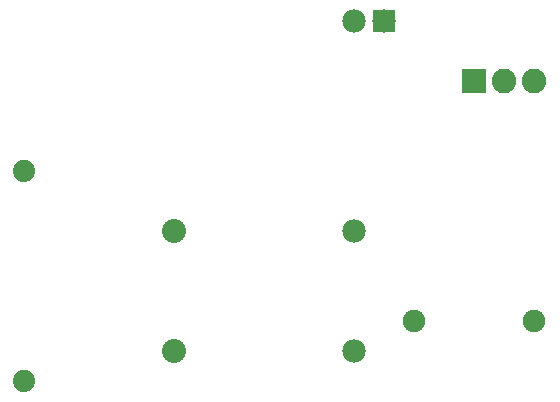
<source format=gbl>
G04 MADE WITH FRITZING*
G04 WWW.FRITZING.ORG*
G04 DOUBLE SIDED*
G04 HOLES PLATED*
G04 CONTOUR ON CENTER OF CONTOUR VECTOR*
%ASAXBY*%
%FSLAX23Y23*%
%MOIN*%
%OFA0B0*%
%SFA1.0B1.0*%
%ADD10C,0.078000*%
%ADD11C,0.082000*%
%ADD12C,0.080000*%
%ADD13C,0.074000*%
%ADD14C,0.075000*%
%ADD15R,0.078000X0.078000*%
%ADD16R,0.082000X0.082000*%
%LNCOPPER0*%
G90*
G70*
G54D10*
X1292Y1897D03*
X1192Y1897D03*
G54D11*
X1592Y1697D03*
X1692Y1697D03*
X1792Y1697D03*
G54D12*
X592Y1197D03*
X592Y797D03*
G54D13*
X92Y697D03*
X92Y1397D03*
G54D10*
X1192Y797D03*
X1192Y1197D03*
G54D14*
X1392Y897D03*
X1792Y897D03*
G54D15*
X1292Y1897D03*
G54D16*
X1592Y1697D03*
G04 End of Copper0*
M02*
</source>
